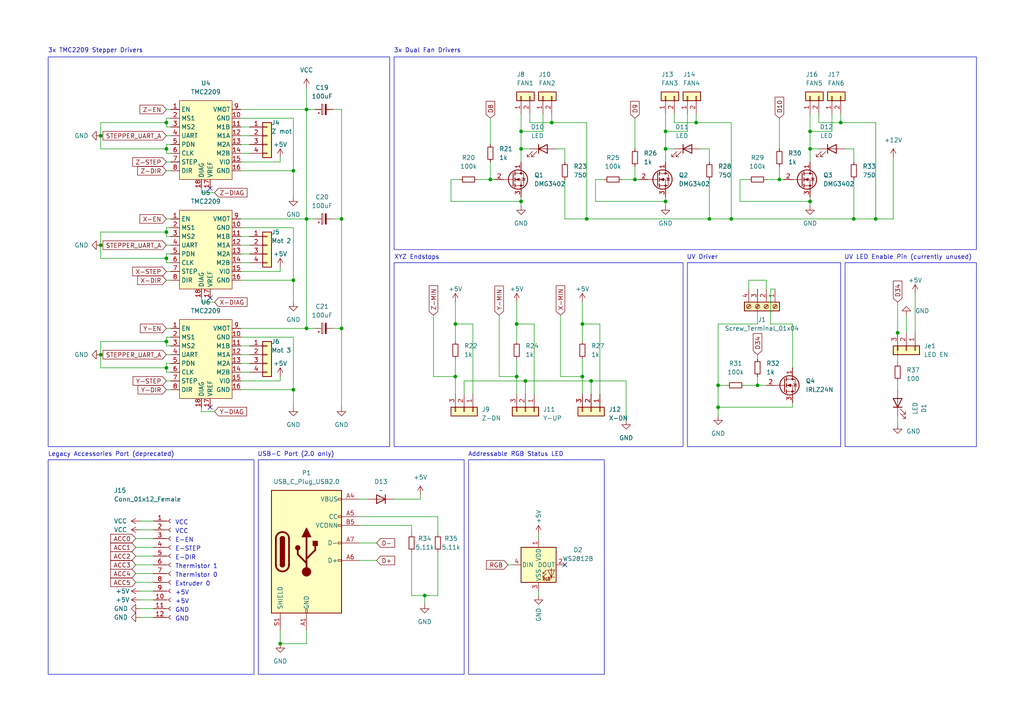
<source format=kicad_sch>
(kicad_sch (version 20231120) (generator "eeschema") (generator_version "8.0")
  (paper "A4")
  (title_block (title "Prometheus mSLA Apollo IO Schematics") (date "2024-04-16") (rev "3.6.0") (company "TheContrappostoShop") (comment 1 "Paul S. and Sam B."))
  (lib_symbols
    (symbol "Connector:Conn_01x12_Female" (pin_names (offset 1.016) hide)
      (property "Reference" "J" (at 0 15.24 0))
      (property "Value" "Conn_01x12_Female" (at 0 -17.78 0))
      (symbol "Conn_01x12_Female_1_1"
        (pin passive line (at -5.08 12.7 0) (length 3.81) (name "Pin_1") (number "1"))
        (pin passive line (at -5.08 -10.16 0) (length 3.81) (name "Pin_10") (number "10"))
        (pin passive line (at -5.08 -12.7 0) (length 3.81) (name "Pin_11") (number "11"))
        (pin passive line (at -5.08 -15.24 0) (length 3.81) (name "Pin_12") (number "12"))
        (pin passive line (at -5.08 10.16 0) (length 3.81) (name "Pin_2") (number "2"))
        (pin passive line (at -5.08 7.62 0) (length 3.81) (name "Pin_3") (number "3"))
        (pin passive line (at -5.08 5.08 0) (length 3.81) (name "Pin_4") (number "4"))
        (pin passive line (at -5.08 2.54 0) (length 3.81) (name "Pin_5") (number "5"))
        (pin passive line (at -5.08 0 0) (length 3.81) (name "Pin_6") (number "6"))
        (pin passive line (at -5.08 -2.54 0) (length 3.81) (name "Pin_7") (number "7"))
        (pin passive line (at -5.08 -5.08 0) (length 3.81) (name "Pin_8") (number "8"))
        (pin passive line (at -5.08 -7.62 0) (length 3.81) (name "Pin_9") (number "9"))
      )
    )
    (symbol "Connector:Screw_Terminal_01x04" (pin_names (offset 1.016) hide)
      (property "Reference" "J" (at 0 5.08 0))
      (property "Value" "Screw_Terminal_01x04" (at 0 -7.62 0))
      (symbol "Screw_Terminal_01x04_1_1"
        (pin passive line (at -5.08 2.54 0) (length 3.81) (name "Pin_1") (number "1"))
        (pin passive line (at -5.08 0 0) (length 3.81) (name "Pin_2") (number "2"))
        (pin passive line (at -5.08 -2.54 0) (length 3.81) (name "Pin_3") (number "3"))
        (pin passive line (at -5.08 -5.08 0) (length 3.81) (name "Pin_4") (number "4"))
      )
    )
    (symbol "Connector:USB_C_Plug_USB2.0" (pin_names (offset 1.016))
      (property "Reference" "P" (at -10.16 19.05 0))
      (property "Value" "USB_C_Plug_USB2.0" (at 12.7 19.05 0))
      (symbol "USB_C_Plug_USB2.0_1_1"
        (pin passive line (at 0 -22.86 90) (length 5.08) (name "GND") (number "A1"))
        (pin passive line (at 0 -22.86 90) (length 5.08) hide (name "GND") (number "A12"))
        (pin passive line (at 15.24 15.24 180) (length 5.08) (name "VBUS") (number "A4"))
        (pin bidirectional line (at 15.24 10.16 180) (length 5.08) (name "CC") (number "A5"))
        (pin bidirectional line (at 15.24 -2.54 180) (length 5.08) (name "D+") (number "A6"))
        (pin bidirectional line (at 15.24 2.54 180) (length 5.08) (name "D-") (number "A7"))
        (pin passive line (at 15.24 15.24 180) (length 5.08) hide (name "VBUS") (number "A9"))
        (pin passive line (at 0 -22.86 90) (length 5.08) hide (name "GND") (number "B1"))
        (pin passive line (at 0 -22.86 90) (length 5.08) hide (name "GND") (number "B12"))
        (pin passive line (at 15.24 15.24 180) (length 5.08) hide (name "VBUS") (number "B4"))
        (pin bidirectional line (at 15.24 7.62 180) (length 5.08) (name "VCONN") (number "B5"))
        (pin passive line (at 15.24 15.24 180) (length 5.08) hide (name "VBUS") (number "B9"))
        (pin passive line (at -7.62 -22.86 90) (length 5.08) (name "SHIELD") (number "S1"))
      )
    )
    (symbol "Connector_Generic:Conn_01x02" (pin_names (offset 1.016) hide)
      (property "Reference" "J" (at 0 2.54 0))
      (property "Value" "Conn_01x02" (at 0 -5.08 0))
      (symbol "Conn_01x02_1_1"
        (pin passive line (at -5.08 0 0) (length 3.81) (name "Pin_1") (number "1"))
        (pin passive line (at -5.08 -2.54 0) (length 3.81) (name "Pin_2") (number "2"))
      )
    )
    (symbol "Connector_Generic:Conn_01x03" (pin_names (offset 1.016) hide)
      (property "Reference" "J" (at 0 5.08 0))
      (property "Value" "Conn_01x03" (at 0 -5.08 0))
      (symbol "Conn_01x03_1_1"
        (pin passive line (at -5.08 2.54 0) (length 3.81) (name "Pin_1") (number "1"))
        (pin passive line (at -5.08 0 0) (length 3.81) (name "Pin_2") (number "2"))
        (pin passive line (at -5.08 -2.54 0) (length 3.81) (name "Pin_3") (number "3"))
      )
    )
    (symbol "Connector_Generic:Conn_01x04" (pin_names (offset 1.016) hide)
      (property "Reference" "J" (at 0 5.08 0))
      (property "Value" "Conn_01x04" (at 0 -7.62 0))
      (symbol "Conn_01x04_1_1"
        (pin passive line (at -5.08 2.54 0) (length 3.81) (name "Pin_1") (number "1"))
        (pin passive line (at -5.08 0 0) (length 3.81) (name "Pin_2") (number "2"))
        (pin passive line (at -5.08 -2.54 0) (length 3.81) (name "Pin_3") (number "3"))
        (pin passive line (at -5.08 -5.08 0) (length 3.81) (name "Pin_4") (number "4"))
      )
    )
    (symbol "Device:C_Polarized_Small" (pin_numbers hide) (pin_names (offset 0.254) hide)
      (property "Reference" "C" (at 0.254 1.778 0))
      (property "Value" "C_Polarized_Small" (at 0.254 -2.032 0))
      (symbol "C_Polarized_Small_1_1"
        (pin passive line (at 0 2.54 270) (length 1.8542) (name "~") (number "1"))
        (pin passive line (at 0 -2.54 90) (length 1.8542) (name "~") (number "2"))
      )
    )
    (symbol "Device:LED" (pin_numbers hide) (pin_names (offset 1.016) hide)
      (property "Reference" "D" (at 0 2.54 0))
      (property "Value" "LED" (at 0 -2.54 0))
      (symbol "LED_1_1"
        (pin passive line (at -3.81 0 0) (length 2.54) (name "K") (number "1"))
        (pin passive line (at 3.81 0 180) (length 2.54) (name "A") (number "2"))
      )
    )
    (symbol "Device:Q_NMOS_DGS" (pin_names (offset 0) hide)
      (property "Reference" "Q" (at 5.08 1.27 0))
      (property "Value" "Q_NMOS_DGS" (at 5.08 -1.27 0))
      (symbol "Q_NMOS_DGS_1_1"
        (pin passive line (at 2.54 5.08 270) (length 2.54) (name "D") (number "1"))
        (pin input line (at -5.08 0 0) (length 2.54) (name "G") (number "2"))
        (pin passive line (at 2.54 -5.08 90) (length 2.54) (name "S") (number "3"))
      )
    )
    (symbol "Device:R_Small" (pin_numbers hide) (pin_names (offset 0.254) hide)
      (property "Reference" "R" (at 0.762 0.508 0))
      (property "Value" "R_Small" (at 0.762 -1.016 0))
      (symbol "R_Small_1_1"
        (pin passive line (at 0 2.54 270) (length 0.762) (name "~") (number "1"))
        (pin passive line (at 0 -2.54 90) (length 0.762) (name "~") (number "2"))
      )
    )
    (symbol "LED:WS2812B" (pin_names (offset 0.254))
      (property "Reference" "D" (at 5.08 5.715 0))
      (property "Value" "WS2812B" (at 1.27 -5.715 0))
      (symbol "WS2812B_0_0"
        (text "RGB" (at 2.286 -4.191 0) (effects (font (size 0.762 0.762))))
      )
      (symbol "WS2812B_1_1"
        (pin power_in line (at 0 7.62 270) (length 2.54) (name "VDD") (number "1"))
        (pin output line (at 7.62 0 180) (length 2.54) (name "DOUT") (number "2"))
        (pin power_in line (at 0 -7.62 90) (length 2.54) (name "VSS") (number "3"))
        (pin input line (at -7.62 0 0) (length 2.54) (name "DIN") (number "4"))
      )
    )
    (symbol "Prometheus:TMC2209_SilentStepStick"
      (property "Reference" "U5" (at 0 15.24 0))
      (property "Value" "TMC2209_SilentStepStick" (at 0 12.7 0))
      (symbol "TMC2209_SilentStepStick_1_1"
        (pin input line (at -10.16 7.62 0) (length 2.54) (name "EN") (number "1"))
        (pin input line (at 10.16 5.08 180) (length 2.54) (name "GND") (number "10"))
        (pin input line (at 10.16 2.54 180) (length 2.54) (name "M1B") (number "11"))
        (pin input line (at 10.16 0 180) (length 2.54) (name "M1A") (number "12"))
        (pin input line (at 10.16 -2.54 180) (length 2.54) (name "M2A") (number "13"))
        (pin input line (at 10.16 -5.08 180) (length 2.54) (name "M2B") (number "14"))
        (pin input line (at 10.16 -7.62 180) (length 2.54) (name "VIO") (number "15"))
        (pin input line (at 10.16 -10.16 180) (length 2.54) (name "GND") (number "16"))
        (pin bidirectional line (at 1.27 -15.24 90) (length 2.54) (name "VREF") (number "17"))
        (pin input line (at -1.27 -15.24 90) (length 2.54) (name "DIAG") (number "18"))
        (pin input line (at -10.16 5.08 0) (length 2.54) (name "MS1") (number "2"))
        (pin input line (at -10.16 2.54 0) (length 2.54) (name "MS2") (number "3"))
        (pin input line (at -10.16 0 0) (length 2.54) (name "UART") (number "4"))
        (pin input line (at -10.16 -2.54 0) (length 2.54) (name "PDN") (number "5"))
        (pin input line (at -10.16 -5.08 0) (length 2.54) (name "CLK") (number "6"))
        (pin input line (at -10.16 -7.62 0) (length 2.54) (name "STEP") (number "7"))
        (pin input line (at -10.16 -10.16 0) (length 2.54) (name "DIR") (number "8"))
        (pin input line (at 10.16 7.62 180) (length 2.54) (name "VMOT") (number "9"))
      )
    )
    (symbol "Simulation_SPICE:DIODE" (pin_numbers hide) (pin_names (offset 1.016) hide)
      (property "Reference" "D" (at 0 2.54 0))
      (property "Value" "DIODE" (at 0 -2.54 0))
      (symbol "DIODE_1_1"
        (pin passive line (at -3.81 0 0) (length 2.54) (name "A") (number "1"))
        (pin passive line (at 3.81 0 180) (length 2.54) (name "K") (number "2"))
      )
    )
    (symbol "TMC2209_SilentStepStick_1"
      (property "Reference" "U5" (at 0 15.24 0))
      (property "Value" "TMC2209_SilentStepStick" (at 0 12.7 0))
      (symbol "TMC2209_SilentStepStick_1_1_1"
        (pin input line (at -10.16 7.62 0) (length 2.54) (name "EN") (number "1"))
        (pin input line (at 10.16 5.08 180) (length 2.54) (name "GND") (number "10"))
        (pin input line (at 10.16 2.54 180) (length 2.54) (name "M1B") (number "11"))
        (pin input line (at 10.16 0 180) (length 2.54) (name "M1A") (number "12"))
        (pin input line (at 10.16 -2.54 180) (length 2.54) (name "M2A") (number "13"))
        (pin input line (at 10.16 -5.08 180) (length 2.54) (name "M2B") (number "14"))
        (pin input line (at 10.16 -7.62 180) (length 2.54) (name "VIO") (number "15"))
        (pin input line (at 10.16 -10.16 180) (length 2.54) (name "GND") (number "16"))
        (pin bidirectional line (at 1.27 -15.24 90) (length 2.54) (name "VREF") (number "17"))
        (pin input line (at -1.27 -15.24 90) (length 2.54) (name "DIAG") (number "18"))
        (pin input line (at -10.16 5.08 0) (length 2.54) (name "MS1") (number "2"))
        (pin input line (at -10.16 2.54 0) (length 2.54) (name "MS2") (number "3"))
        (pin input line (at -10.16 0 0) (length 2.54) (name "UART") (number "4"))
        (pin input line (at -10.16 -2.54 0) (length 2.54) (name "PDN") (number "5"))
        (pin input line (at -10.16 -5.08 0) (length 2.54) (name "CLK") (number "6"))
        (pin input line (at -10.16 -7.62 0) (length 2.54) (name "STEP") (number "7"))
        (pin input line (at -10.16 -10.16 0) (length 2.54) (name "DIR") (number "8"))
        (pin input line (at 10.16 7.62 180) (length 2.54) (name "VMOT") (number "9"))
      )
    )
    (symbol "TMC2209_SilentStepStick_2"
      (property "Reference" "U5" (at 0 15.24 0))
      (property "Value" "TMC2209_SilentStepStick" (at 0 12.7 0))
      (symbol "TMC2209_SilentStepStick_2_1_1"
        (pin input line (at -10.16 7.62 0) (length 2.54) (name "EN") (number "1"))
        (pin input line (at 10.16 5.08 180) (length 2.54) (name "GND") (number "10"))
        (pin input line (at 10.16 2.54 180) (length 2.54) (name "M1B") (number "11"))
        (pin input line (at 10.16 0 180) (length 2.54) (name "M1A") (number "12"))
        (pin input line (at 10.16 -2.54 180) (length 2.54) (name "M2A") (number "13"))
        (pin input line (at 10.16 -5.08 180) (length 2.54) (name "M2B") (number "14"))
        (pin input line (at 10.16 -7.62 180) (length 2.54) (name "VIO") (number "15"))
        (pin input line (at 10.16 -10.16 180) (length 2.54) (name "GND") (number "16"))
        (pin bidirectional line (at 1.27 -15.24 90) (length 2.54) (name "VREF") (number "17"))
        (pin input line (at -1.27 -15.24 90) (length 2.54) (name "DIAG") (number "18"))
        (pin input line (at -10.16 5.08 0) (length 2.54) (name "MS1") (number "2"))
        (pin input line (at -10.16 2.54 0) (length 2.54) (name "MS2") (number "3"))
        (pin input line (at -10.16 0 0) (length 2.54) (name "UART") (number "4"))
        (pin input line (at -10.16 -2.54 0) (length 2.54) (name "PDN") (number "5"))
        (pin input line (at -10.16 -5.08 0) (length 2.54) (name "CLK") (number "6"))
        (pin input line (at -10.16 -7.62 0) (length 2.54) (name "STEP") (number "7"))
        (pin input line (at -10.16 -10.16 0) (length 2.54) (name "DIR") (number "8"))
        (pin input line (at 10.16 7.62 180) (length 2.54) (name "VMOT") (number "9"))
      )
    )
    (symbol "power:+12V" (power) (pin_names (offset 0))
      (property "Value" "+12V" (at 0 3.556 0))
      (symbol "+12V_1_1"
        (pin power_in line (at 0 0 90) (length 0) hide (name "+12V") (number "1"))
      )
    )
    (symbol "power:+5V" (power) (pin_names (offset 0))
      (property "Value" "+5V" (at 0 3.556 0))
      (symbol "+5V_1_1"
        (pin power_in line (at 0 0 90) (length 0) hide (name "+5V") (number "1"))
      )
    )
    (symbol "power:GND" (power) (pin_names (offset 0))
      (property "Value" "GND" (at 0 -3.81 0))
      (symbol "GND_1_1"
        (pin power_in line (at 0 0 270) (length 0) hide (name "GND") (number "1"))
      )
    )
    (symbol "power:VCC" (power) (pin_names (offset 0))
      (property "Value" "VCC" (at 0 3.81 0))
      (symbol "VCC_1_1"
        (pin power_in line (at 0 0 90) (length 0) hide (name "VCC") (number "1"))
      )
    )
  )
  (junction (at 88.9 63.5))
  (junction (at 85.09 81.28))
  (junction (at 160.02 35.56))
  (junction (at 149.86 93.98))
  (junction (at 48.26 106.68))
  (junction (at 201.93 35.56))
  (junction (at 149.86 109.22))
  (junction (at 85.09 49.53))
  (junction (at 170.18 63.5))
  (junction (at 152.4 110.49))
  (junction (at 99.06 63.5))
  (junction (at 234.95 58.42))
  (junction (at 254 63.5))
  (junction (at 243.84 35.56))
  (junction (at 247.65 63.5))
  (junction (at 171.45 110.49))
  (junction (at 234.95 38.1))
  (junction (at 142.24 52.07))
  (junction (at 193.04 58.42))
  (junction (at 48.26 67.31))
  (junction (at 29.21 102.87))
  (junction (at 29.21 39.37))
  (junction (at 99.06 95.25))
  (junction (at 212.09 63.5))
  (junction (at 208.28 111.76))
  (junction (at 168.91 109.22))
  (junction (at 123.19 172.72))
  (junction (at 48.26 99.06))
  (junction (at 205.74 63.5))
  (junction (at 29.21 71.12))
  (junction (at 48.26 74.93))
  (junction (at 85.09 113.03))
  (junction (at 88.9 95.25))
  (junction (at 151.13 38.1))
  (junction (at 234.95 43.18))
  (junction (at 132.08 109.22))
  (junction (at 260.35 96.52))
  (junction (at 151.13 58.42))
  (junction (at 48.26 43.18))
  (junction (at 132.08 93.98))
  (junction (at 151.13 43.18))
  (junction (at 48.26 35.56))
  (junction (at 184.15 52.07))
  (junction (at 226.06 52.07))
  (junction (at 219.71 111.76))
  (junction (at 81.28 186.69))
  (junction (at 208.28 118.11))
  (junction (at 193.04 38.1))
  (junction (at 193.04 43.18))
  (junction (at 88.9 31.75))
  (junction (at 168.91 93.98))
  (no_connect (at 60.96 54.61))
  (no_connect (at 163.83 163.83))
  (no_connect (at 60.96 86.36))
  (no_connect (at 60.96 118.11))
  (wire (pts (xy 138.43 52.07) (xy 142.24 52.07)))
  (wire (pts (xy 104.14 149.86) (xy 127 149.86)))
  (wire (pts (xy 85.09 113.03) (xy 69.85 113.03)))
  (wire (pts (xy 215.9 111.76) (xy 219.71 111.76)))
  (wire (pts (xy 208.28 118.11) (xy 208.28 120.65)))
  (wire (pts (xy 217.17 81.28) (xy 222.25 81.28)))
  (wire (pts (xy 170.18 35.56) (xy 170.18 63.5)))
  (wire (pts (xy 81.28 45.72) (xy 81.28 46.99)))
  (wire (pts (xy 247.65 52.07) (xy 247.65 63.5)))
  (wire (pts (xy 81.28 78.74) (xy 69.85 78.74)))
  (wire (pts (xy 173.99 114.3) (xy 173.99 93.98)))
  (wire (pts (xy 222.25 52.07) (xy 226.06 52.07)))
  (wire (pts (xy 149.86 87.63) (xy 149.86 93.98)))
  (wire (pts (xy 151.13 38.1) (xy 151.13 43.18)))
  (wire (pts (xy 201.93 35.56) (xy 201.93 33.02)))
  (wire (pts (xy 85.09 97.79) (xy 85.09 113.03)))
  (wire (pts (xy 184.15 34.29) (xy 184.15 43.18)))
  (wire (pts (xy 151.13 58.42) (xy 151.13 59.69)))
  (wire (pts (xy 134.62 110.49) (xy 152.4 110.49)))
  (wire (pts (xy 193.04 57.15) (xy 193.04 58.42)))
  (wire (pts (xy 180.34 52.07) (xy 184.15 52.07)))
  (wire (pts (xy 241.3 33.02) (xy 241.3 38.1)))
  (wire (pts (xy 222.25 81.28) (xy 222.25 83.82)))
  (wire (pts (xy 121.92 144.78) (xy 114.3 144.78)))
  (wire (pts (xy 123.19 172.72) (xy 123.19 175.26)))
  (wire (pts (xy 125.73 91.44) (xy 125.73 109.22)))
  (wire (pts (xy 226.06 34.29) (xy 226.06 43.18)))
  (wire (pts (xy 171.45 114.3) (xy 171.45 110.49)))
  (wire (pts (xy 88.9 186.69) (xy 81.28 186.69)))
  (wire (pts (xy 72.39 73.66) (xy 69.85 73.66)))
  (wire (pts (xy 121.92 143.51) (xy 121.92 144.78)))
  (wire (pts (xy 259.08 45.72) (xy 259.08 63.5)))
  (wire (pts (xy 62.23 55.88) (xy 58.42 55.88)))
  (wire (pts (xy 48.26 106.68) (xy 48.26 107.95)))
  (wire (pts (xy 40.64 173.99) (xy 44.45 173.99)))
  (wire (pts (xy 69.85 63.5) (xy 88.9 63.5)))
  (wire (pts (xy 29.21 102.87) (xy 29.21 99.06)))
  (wire (pts (xy 234.95 38.1) (xy 234.95 43.18)))
  (wire (pts (xy 48.26 97.79) (xy 48.26 99.06)))
  (wire (pts (xy 72.39 76.2) (xy 69.85 76.2)))
  (wire (pts (xy 151.13 43.18) (xy 151.13 46.99)))
  (wire (pts (xy 219.71 109.22) (xy 219.71 111.76)))
  (wire (pts (xy 48.26 78.74) (xy 49.53 78.74)))
  (wire (pts (xy 229.87 93.98) (xy 229.87 106.68)))
  (wire (pts (xy 260.35 120.65) (xy 260.35 123.19)))
  (wire (pts (xy 217.17 83.82) (xy 217.17 81.28)))
  (wire (pts (xy 69.85 34.29) (xy 85.09 34.29)))
  (wire (pts (xy 81.28 182.88) (xy 81.28 186.69)))
  (wire (pts (xy 184.15 48.26) (xy 184.15 52.07)))
  (wire (pts (xy 144.78 91.44) (xy 144.78 109.22)))
  (wire (pts (xy 214.63 58.42) (xy 234.95 58.42)))
  (wire (pts (xy 234.95 33.02) (xy 234.95 38.1)))
  (wire (pts (xy 160.02 35.56) (xy 170.18 35.56)))
  (wire (pts (xy 104.14 157.48) (xy 109.22 157.48)))
  (wire (pts (xy 181.61 121.92) (xy 181.61 110.49)))
  (wire (pts (xy 48.26 106.68) (xy 29.21 106.68)))
  (wire (pts (xy 219.71 93.98) (xy 219.71 83.82)))
  (wire (pts (xy 48.26 44.45) (xy 48.26 43.18)))
  (wire (pts (xy 212.09 35.56) (xy 212.09 63.5)))
  (wire (pts (xy 81.28 110.49) (xy 69.85 110.49)))
  (wire (pts (xy 152.4 110.49) (xy 152.4 114.3)))
  (wire (pts (xy 48.26 39.37) (xy 49.53 39.37)))
  (wire (pts (xy 254 63.5) (xy 247.65 63.5)))
  (wire (pts (xy 88.9 95.25) (xy 88.9 63.5)))
  (wire (pts (xy 29.21 74.93) (xy 29.21 71.12)))
  (wire (pts (xy 130.81 58.42) (xy 151.13 58.42)))
  (wire (pts (xy 201.93 35.56) (xy 212.09 35.56)))
  (wire (pts (xy 195.58 43.18) (xy 193.04 43.18)))
  (wire (pts (xy 85.09 49.53) (xy 69.85 49.53)))
  (wire (pts (xy 48.26 107.95) (xy 49.53 107.95)))
  (wire (pts (xy 132.08 104.14) (xy 132.08 109.22)))
  (wire (pts (xy 149.86 93.98) (xy 149.86 99.06)))
  (wire (pts (xy 39.37 156.21) (xy 44.45 156.21)))
  (wire (pts (xy 40.64 151.13) (xy 44.45 151.13)))
  (wire (pts (xy 137.16 93.98) (xy 132.08 93.98)))
  (wire (pts (xy 243.84 35.56) (xy 243.84 33.02)))
  (wire (pts (xy 132.08 109.22) (xy 132.08 114.3)))
  (wire (pts (xy 69.85 97.79) (xy 85.09 97.79)))
  (wire (pts (xy 72.39 107.95) (xy 69.85 107.95)))
  (wire (pts (xy 142.24 34.29) (xy 142.24 41.91)))
  (wire (pts (xy 168.91 104.14) (xy 168.91 109.22)))
  (wire (pts (xy 99.06 63.5) (xy 99.06 95.25)))
  (wire (pts (xy 199.39 33.02) (xy 199.39 38.1)))
  (wire (pts (xy 144.78 109.22) (xy 149.86 109.22)))
  (wire (pts (xy 133.35 52.07) (xy 130.81 52.07)))
  (wire (pts (xy 49.53 105.41) (xy 48.26 105.41)))
  (wire (pts (xy 208.28 111.76) (xy 210.82 111.76)))
  (wire (pts (xy 85.09 66.04) (xy 85.09 81.28)))
  (wire (pts (xy 259.08 63.5) (xy 254 63.5)))
  (wire (pts (xy 88.9 31.75) (xy 91.44 31.75)))
  (wire (pts (xy 247.65 43.18) (xy 247.65 46.99)))
  (wire (pts (xy 125.73 109.22) (xy 132.08 109.22)))
  (wire (pts (xy 48.26 81.28) (xy 49.53 81.28)))
  (wire (pts (xy 72.39 36.83) (xy 69.85 36.83)))
  (wire (pts (xy 224.79 83.82) (xy 223.52 83.82)))
  (wire (pts (xy 212.09 63.5) (xy 205.74 63.5)))
  (wire (pts (xy 260.35 87.63) (xy 260.35 96.52)))
  (wire (pts (xy 88.9 31.75) (xy 88.9 25.4)))
  (wire (pts (xy 193.04 58.42) (xy 193.04 59.69)))
  (wire (pts (xy 49.53 97.79) (xy 48.26 97.79)))
  (wire (pts (xy 104.14 162.56) (xy 109.22 162.56)))
  (wire (pts (xy 195.58 33.02) (xy 195.58 35.56)))
  (wire (pts (xy 48.26 113.03) (xy 49.53 113.03)))
  (wire (pts (xy 134.62 114.3) (xy 134.62 110.49)))
  (wire (pts (xy 153.67 43.18) (xy 151.13 43.18)))
  (wire (pts (xy 241.3 38.1) (xy 234.95 38.1)))
  (wire (pts (xy 48.26 102.87) (xy 49.53 102.87)))
  (wire (pts (xy 99.06 31.75) (xy 99.06 63.5)))
  (wire (pts (xy 99.06 95.25) (xy 99.06 118.11)))
  (wire (pts (xy 193.04 38.1) (xy 193.04 43.18)))
  (wire (pts (xy 237.49 35.56) (xy 243.84 35.56)))
  (wire (pts (xy 48.26 76.2) (xy 48.26 74.93)))
  (wire (pts (xy 208.28 93.98) (xy 208.28 111.76)))
  (wire (pts (xy 81.28 109.22) (xy 81.28 110.49)))
  (wire (pts (xy 154.94 93.98) (xy 149.86 93.98)))
  (wire (pts (xy 163.83 43.18) (xy 161.29 43.18)))
  (wire (pts (xy 48.26 99.06) (xy 48.26 100.33)))
  (wire (pts (xy 170.18 63.5) (xy 205.74 63.5)))
  (wire (pts (xy 48.26 71.12) (xy 49.53 71.12)))
  (wire (pts (xy 132.08 93.98) (xy 132.08 99.06)))
  (wire (pts (xy 154.94 114.3) (xy 154.94 93.98)))
  (wire (pts (xy 163.83 63.5) (xy 170.18 63.5)))
  (wire (pts (xy 137.16 114.3) (xy 137.16 93.98)))
  (wire (pts (xy 168.91 87.63) (xy 168.91 93.98)))
  (wire (pts (xy 29.21 106.68) (xy 29.21 102.87)))
  (wire (pts (xy 85.09 57.15) (xy 85.09 49.53)))
  (wire (pts (xy 58.42 87.63) (xy 62.23 87.63)))
  (wire (pts (xy 130.81 52.07) (xy 130.81 58.42)))
  (wire (pts (xy 39.37 166.37) (xy 44.45 166.37)))
  (wire (pts (xy 69.85 95.25) (xy 88.9 95.25)))
  (wire (pts (xy 40.64 176.53) (xy 44.45 176.53)))
  (wire (pts (xy 147.32 163.83) (xy 148.59 163.83)))
  (wire (pts (xy 119.38 172.72) (xy 123.19 172.72)))
  (wire (pts (xy 223.52 93.98) (xy 229.87 93.98)))
  (wire (pts (xy 193.04 43.18) (xy 193.04 46.99)))
  (wire (pts (xy 193.04 33.02) (xy 193.04 38.1)))
  (wire (pts (xy 72.39 71.12) (xy 69.85 71.12)))
  (wire (pts (xy 175.26 52.07) (xy 172.72 52.07)))
  (wire (pts (xy 142.24 46.99) (xy 142.24 52.07)))
  (wire (pts (xy 205.74 63.5) (xy 205.74 52.07)))
  (wire (pts (xy 48.26 100.33) (xy 49.53 100.33)))
  (wire (pts (xy 163.83 46.99) (xy 163.83 43.18)))
  (wire (pts (xy 219.71 102.87) (xy 219.71 104.14)))
  (wire (pts (xy 48.26 95.25) (xy 49.53 95.25)))
  (wire (pts (xy 29.21 67.31) (xy 48.26 67.31)))
  (wire (pts (xy 48.26 46.99) (xy 49.53 46.99)))
  (wire (pts (xy 48.26 74.93) (xy 48.26 73.66)))
  (wire (pts (xy 96.52 31.75) (xy 99.06 31.75)))
  (wire (pts (xy 48.26 36.83) (xy 48.26 35.56)))
  (wire (pts (xy 123.19 172.72) (xy 127 172.72)))
  (wire (pts (xy 219.71 111.76) (xy 222.25 111.76)))
  (wire (pts (xy 163.83 52.07) (xy 163.83 63.5)))
  (wire (pts (xy 119.38 152.4) (xy 104.14 152.4)))
  (wire (pts (xy 260.35 96.52) (xy 260.35 105.41)))
  (wire (pts (xy 85.09 118.11) (xy 85.09 113.03)))
  (wire (pts (xy 48.26 41.91) (xy 49.53 41.91)))
  (wire (pts (xy 153.67 33.02) (xy 153.67 35.56)))
  (wire (pts (xy 40.64 171.45) (xy 44.45 171.45)))
  (wire (pts (xy 151.13 57.15) (xy 151.13 58.42)))
  (wire (pts (xy 48.26 110.49) (xy 49.53 110.49)))
  (wire (pts (xy 58.42 118.11) (xy 58.42 119.38)))
  (wire (pts (xy 48.26 31.75) (xy 49.53 31.75)))
  (wire (pts (xy 229.87 118.11) (xy 208.28 118.11)))
  (wire (pts (xy 205.74 46.99) (xy 205.74 43.18)))
  (wire (pts (xy 85.09 81.28) (xy 85.09 87.63)))
  (wire (pts (xy 237.49 43.18) (xy 234.95 43.18)))
  (wire (pts (xy 208.28 118.11) (xy 208.28 111.76)))
  (wire (pts (xy 88.9 63.5) (xy 91.44 63.5)))
  (wire (pts (xy 132.08 87.63) (xy 132.08 93.98)))
  (wire (pts (xy 85.09 34.29) (xy 85.09 49.53)))
  (wire (pts (xy 81.28 46.99) (xy 69.85 46.99)))
  (wire (pts (xy 168.91 109.22) (xy 168.91 114.3)))
  (wire (pts (xy 69.85 31.75) (xy 88.9 31.75)))
  (wire (pts (xy 48.26 66.04) (xy 49.53 66.04)))
  (wire (pts (xy 162.56 109.22) (xy 168.91 109.22)))
  (wire (pts (xy 49.53 36.83) (xy 48.26 36.83)))
  (wire (pts (xy 208.28 93.98) (xy 219.71 93.98)))
  (wire (pts (xy 96.52 95.25) (xy 99.06 95.25)))
  (wire (pts (xy 96.52 63.5) (xy 99.06 63.5)))
  (wire (pts (xy 229.87 116.84) (xy 229.87 118.11)))
  (wire (pts (xy 151.13 33.02) (xy 151.13 38.1)))
  (wire (pts (xy 29.21 71.12) (xy 29.21 67.31)))
  (wire (pts (xy 171.45 110.49) (xy 152.4 110.49)))
  (wire (pts (xy 217.17 52.07) (xy 214.63 52.07)))
  (wire (pts (xy 48.26 34.29) (xy 49.53 34.29)))
  (wire (pts (xy 234.95 43.18) (xy 234.95 46.99)))
  (wire (pts (xy 226.06 52.07) (xy 227.33 52.07)))
  (wire (pts (xy 243.84 35.56) (xy 254 35.56)))
  (wire (pts (xy 48.26 73.66) (xy 49.53 73.66)))
  (wire (pts (xy 72.39 39.37) (xy 69.85 39.37)))
  (wire (pts (xy 127 172.72) (xy 127 160.02)))
  (wire (pts (xy 173.99 93.98) (xy 168.91 93.98)))
  (wire (pts (xy 157.48 38.1) (xy 151.13 38.1)))
  (wire (pts (xy 156.21 171.45) (xy 156.21 172.72)))
  (wire (pts (xy 254 35.56) (xy 254 63.5)))
  (wire (pts (xy 149.86 104.14) (xy 149.86 109.22)))
  (wire (pts (xy 48.26 43.18) (xy 29.21 43.18)))
  (wire (pts (xy 199.39 38.1) (xy 193.04 38.1)))
  (wire (pts (xy 39.37 161.29) (xy 44.45 161.29)))
  (wire (pts (xy 142.24 52.07) (xy 143.51 52.07)))
  (wire (pts (xy 72.39 44.45) (xy 69.85 44.45)))
  (wire (pts (xy 181.61 110.49) (xy 171.45 110.49)))
  (wire (pts (xy 81.28 77.47) (xy 81.28 78.74)))
  (wire (pts (xy 205.74 43.18) (xy 203.2 43.18)))
  (wire (pts (xy 172.72 52.07) (xy 172.72 58.42)))
  (wire (pts (xy 72.39 41.91) (xy 69.85 41.91)))
  (wire (pts (xy 149.86 109.22) (xy 149.86 114.3)))
  (wire (pts (xy 48.26 105.41) (xy 48.26 106.68)))
  (wire (pts (xy 262.89 91.44) (xy 262.89 96.52)))
  (wire (pts (xy 48.26 49.53) (xy 49.53 49.53)))
  (wire (pts (xy 72.39 102.87) (xy 69.85 102.87)))
  (wire (pts (xy 29.21 39.37) (xy 29.21 35.56)))
  (wire (pts (xy 223.52 83.82) (xy 223.52 93.98)))
  (wire (pts (xy 49.53 68.58) (xy 48.26 68.58)))
  (wire (pts (xy 153.67 35.56) (xy 160.02 35.56)))
  (wire (pts (xy 214.63 52.07) (xy 214.63 58.42)))
  (wire (pts (xy 265.43 85.09) (xy 265.43 96.52)))
  (wire (pts (xy 48.26 35.56) (xy 48.26 34.29)))
  (wire (pts (xy 157.48 33.02) (xy 157.48 38.1)))
  (wire (pts (xy 40.64 153.67) (xy 44.45 153.67)))
  (wire (pts (xy 184.15 52.07) (xy 185.42 52.07)))
  (wire (pts (xy 127 149.86) (xy 127 154.94)))
  (wire (pts (xy 247.65 63.5) (xy 212.09 63.5)))
  (wire (pts (xy 237.49 33.02) (xy 237.49 35.56)))
  (wire (pts (xy 195.58 35.56) (xy 201.93 35.56)))
  (wire (pts (xy 106.68 144.78) (xy 104.14 144.78)))
  (wire (pts (xy 172.72 58.42) (xy 193.04 58.42)))
  (wire (pts (xy 48.26 63.5) (xy 49.53 63.5)))
  (wire (pts (xy 245.11 43.18) (xy 247.65 43.18)))
  (wire (pts (xy 39.37 158.75) (xy 44.45 158.75)))
  (wire (pts (xy 48.26 67.31) (xy 48.26 66.04)))
  (wire (pts (xy 39.37 168.91) (xy 44.45 168.91)))
  (wire (pts (xy 69.85 66.04) (xy 85.09 66.04)))
  (wire (pts (xy 119.38 154.94) (xy 119.38 152.4)))
  (wire (pts (xy 49.53 76.2) (xy 48.26 76.2)))
  (wire (pts (xy 156.21 154.94) (xy 156.21 156.21)))
  (wire (pts (xy 162.56 91.44) (xy 162.56 109.22)))
  (wire (pts (xy 29.21 35.56) (xy 48.26 35.56)))
  (wire (pts (xy 168.91 93.98) (xy 168.91 99.06)))
  (wire (pts (xy 48.26 43.18) (xy 48.26 41.91)))
  (wire (pts (xy 72.39 105.41) (xy 69.85 105.41)))
  (wire (pts (xy 234.95 58.42) (xy 234.95 59.69)))
  (wire (pts (xy 160.02 33.02) (xy 160.02 35.56)))
  (wire (pts (xy 260.35 110.49) (xy 260.35 113.03)))
  (wire (pts (xy 88.9 63.5) (xy 88.9 31.75)))
  (wire (pts (xy 58.42 55.88) (xy 58.42 54.61)))
  (wire (pts (xy 49.53 44.45) (xy 48.26 44.45)))
  (wire (pts (xy 69.85 81.28) (xy 85.09 81.28)))
  (wire (pts (xy 58.42 119.38) (xy 62.23 119.38)))
  (wire (pts (xy 48.26 74.93) (xy 29.21 74.93)))
  (wire (pts (xy 29.21 99.06) (xy 48.26 99.06)))
  (wire (pts (xy 58.42 86.36) (xy 58.42 87.63)))
  (wire (pts (xy 40.64 179.07) (xy 44.45 179.07)))
  (wire (pts (xy 88.9 95.25) (xy 91.44 95.25)))
  (wire (pts (xy 88.9 182.88) (xy 88.9 186.69)))
  (wire (pts (xy 39.37 163.83) (xy 44.45 163.83)))
  (wire (pts (xy 234.95 57.15) (xy 234.95 58.42)))
  (wire (pts (xy 226.06 48.26) (xy 226.06 52.07)))
  (wire (pts (xy 119.38 160.02) (xy 119.38 172.72)))
  (wire (pts (xy 29.21 43.18) (xy 29.21 39.37)))
  (wire (pts (xy 72.39 68.58) (xy 69.85 68.58)))
  (wire (pts (xy 48.26 68.58) (xy 48.26 67.31)))
  (wire (pts (xy 72.39 100.33) (xy 69.85 100.33)))
  (rectangle (start 13.97 133.35) (end 73.66 195.58))
  (rectangle (start 135.89 133.35) (end 175.26 195.58))
  (rectangle (start 245.11 76.2) (end 283.21 129.54))
  (rectangle (start 199.39 76.2) (end 243.84 129.54))
  (rectangle (start 114.3 76.2) (end 198.12 129.54))
  (rectangle (start 13.97 16.51) (end 113.03 129.54))
  (rectangle (start 74.93 133.35) (end 134.62 195.58))
  (rectangle (start 114.3 16.51) (end 283.21 72.39))
  (text "UV LED Enable Pin (currently unused)" (at 263.398 74.676 0) (effects (font (size 1.27 1.27))))
  (text "+5V" (at 50.8 175.26 0) (effects (font (size 1.27 1.27)) (justify left bottom)))
  (text "E-EN" (at 50.8 157.48 0) (effects (font (size 1.27 1.27)) (justify left bottom)))
  (text "Extruder 0" (at 50.8 170.18 0) (effects (font (size 1.27 1.27)) (justify left bottom)))
  (text "XYZ Endstops" (at 120.904 74.676 0) (effects (font (size 1.27 1.27))))
  (text "VCC" (at 50.8 152.4 0) (effects (font (size 1.27 1.27)) (justify left bottom)))
  (text "UV Driver" (at 203.708 74.676 0) (effects (font (size 1.27 1.27))))
  (text "Thermistor 0" (at 50.8 167.64 0) (effects (font (size 1.27 1.27)) (justify left bottom)))
  (text "3x TMC2209 Stepper Drivers" (at 27.686 14.732 0) (effects (font (size 1.27 1.27))))
  (text "GND" (at 50.8 177.8 0) (effects (font (size 1.27 1.27)) (justify left bottom)))
  (text "USB-C Port (2.0 only)" (at 85.852 131.826 0) (effects (font (size 1.27 1.27))))
  (text "VCC" (at 50.8 154.94 0) (effects (font (size 1.27 1.27)) (justify left bottom)))
  (text "Legacy Accessories Port (deprecated)" (at 32.258 131.826 0) (effects (font (size 1.27 1.27))))
  (text "GND" (at 50.8 180.34 0) (effects (font (size 1.27 1.27)) (justify left bottom)))
  (text "3x Dual Fan Drivers" (at 123.952 14.732 0) (effects (font (size 1.27 1.27))))
  (text "Thermistor 1" (at 50.8 165.1 0) (effects (font (size 1.27 1.27)) (justify left bottom)))
  (text "E-DIR" (at 50.8 162.56 0) (effects (font (size 1.27 1.27)) (justify left bottom)))
  (text "+5V" (at 50.8 172.72 0) (effects (font (size 1.27 1.27)) (justify left bottom)))
  (text "E-STEP" (at 50.8 160.02 0) (effects (font (size 1.27 1.27)) (justify left bottom)))
  (text "Addressable RGB Status LED" (at 149.606 131.826 0) (effects (font (size 1.27 1.27))))
  (global_label "D+" (shape input) (at 109.22 162.56 0) (property "Intersheetrefs" "${INTERSHEET_REFS}" (effects (hide yes))))
  (global_label "STEPPER_UART_A" (shape input) (at 48.26 39.37 180) (property "Intersheetrefs" "${INTERSHEET_REFS}" (effects (hide yes))))
  (global_label "ACC4" (shape input) (at 39.37 166.37 180) (property "Intersheetrefs" "${INTERSHEET_REFS}" (effects (hide yes))))
  (global_label "Y-STEP" (shape input) (at 48.26 110.49 180) (property "Intersheetrefs" "${INTERSHEET_REFS}" (effects (hide yes))))
  (global_label "D9" (shape input) (at 184.15 34.29 90) (property "Intersheetrefs" "${INTERSHEET_REFS}" (effects (hide yes))))
  (global_label "STEPPER_UART_A" (shape input) (at 48.26 71.12 180) (property "Intersheetrefs" "${INTERSHEET_REFS}" (effects (hide yes))))
  (global_label "X-DIAG" (shape input) (at 62.23 87.63 0) (property "Intersheetrefs" "${INTERSHEET_REFS}" (effects (hide yes))))
  (global_label "Y-MIN" (shape input) (at 144.78 91.44 90) (property "Intersheetrefs" "${INTERSHEET_REFS}" (effects (hide yes))))
  (global_label "Z-DIR" (shape input) (at 48.26 49.53 180) (property "Intersheetrefs" "${INTERSHEET_REFS}" (effects (hide yes))))
  (global_label "Z-STEP" (shape input) (at 48.26 46.99 180) (property "Intersheetrefs" "${INTERSHEET_REFS}" (effects (hide yes))))
  (global_label "ACC2" (shape input) (at 39.37 161.29 180) (property "Intersheetrefs" "${INTERSHEET_REFS}" (effects (hide yes))))
  (global_label "D34" (shape input) (at 260.35 87.63 90) (property "Intersheetrefs" "${INTERSHEET_REFS}" (effects (hide yes))))
  (global_label "D8" (shape input) (at 142.24 34.29 90) (property "Intersheetrefs" "${INTERSHEET_REFS}" (effects (hide yes))))
  (global_label "Z-EN" (shape input) (at 48.26 31.75 180) (property "Intersheetrefs" "${INTERSHEET_REFS}" (effects (hide yes))))
  (global_label "X-STEP" (shape input) (at 48.26 78.74 180) (property "Intersheetrefs" "${INTERSHEET_REFS}" (effects (hide yes))))
  (global_label "STEPPER_UART_A" (shape input) (at 48.26 102.87 180) (property "Intersheetrefs" "${INTERSHEET_REFS}" (effects (hide yes))))
  (global_label "Y-EN" (shape input) (at 48.26 95.25 180) (property "Intersheetrefs" "${INTERSHEET_REFS}" (effects (hide yes))))
  (global_label "Z-MIN" (shape input) (at 125.73 91.44 90) (property "Intersheetrefs" "${INTERSHEET_REFS}" (effects (hide yes))))
  (global_label "RGB" (shape input) (at 147.32 163.83 180) (property "Intersheetrefs" "${INTERSHEET_REFS}" (effects (hide yes))))
  (global_label "D34" (shape input) (at 219.71 102.87 90) (property "Intersheetrefs" "${INTERSHEET_REFS}" (effects (hide yes))))
  (global_label "X-DIR" (shape input) (at 48.26 81.28 180) (property "Intersheetrefs" "${INTERSHEET_REFS}" (effects (hide yes))))
  (global_label "ACC5" (shape input) (at 39.37 168.91 180) (property "Intersheetrefs" "${INTERSHEET_REFS}" (effects (hide yes))))
  (global_label "X-MIN" (shape input) (at 162.56 91.44 90) (property "Intersheetrefs" "${INTERSHEET_REFS}" (effects (hide yes))))
  (global_label "ACC0" (shape input) (at 39.37 156.21 180) (property "Intersheetrefs" "${INTERSHEET_REFS}" (effects (hide yes))))
  (global_label "D10" (shape input) (at 226.06 34.29 90) (property "Intersheetrefs" "${INTERSHEET_REFS}" (effects (hide yes))))
  (global_label "ACC3" (shape input) (at 39.37 163.83 180) (property "Intersheetrefs" "${INTERSHEET_REFS}" (effects (hide yes))))
  (global_label "Z-DIAG" (shape input) (at 62.23 55.88 0) (property "Intersheetrefs" "${INTERSHEET_REFS}" (effects (hide yes))))
  (global_label "Y-DIR" (shape input) (at 48.26 113.03 180) (property "Intersheetrefs" "${INTERSHEET_REFS}" (effects (hide yes))))
  (global_label "X-EN" (shape input) (at 48.26 63.5 180) (property "Intersheetrefs" "${INTERSHEET_REFS}" (effects (hide yes))))
  (global_label "Y-DIAG" (shape input) (at 62.23 119.38 0) (property "Intersheetrefs" "${INTERSHEET_REFS}" (effects (hide yes))))
  (global_label "D-" (shape input) (at 109.22 157.48 0) (property "Intersheetrefs" "${INTERSHEET_REFS}" (effects (hide yes))))
  (global_label "ACC1" (shape input) (at 39.37 158.75 180) (property "Intersheetrefs" "${INTERSHEET_REFS}" (effects (hide yes))))
  (symbol (lib_id "power:+5V") (at 81.28 77.47 0) (unit 1)
    (property "Reference" "#PWR037" (effects (hide yes)))
    (property "Value" "+5V" (at 81.28 73.66 0))
  )
  (symbol (lib_id "Device:R_Small") (at 135.89 52.07 90) (unit 1)
    (property "Reference" "R20" (at 135.89 45.72 90))
    (property "Value" "100k" (at 135.89 48.26 90))
    (property "Footprint" "Resistor_SMD:R_0603_1608Metric" (effects (hide yes)))
  )
  (symbol (lib_id "power:+5V") (at 132.08 87.63 0) (unit 1)
    (property "Reference" "#PWR047" (effects (hide yes)))
    (property "Value" "+5V" (at 132.08 83.82 0))
  )
  (symbol (lib_id "Device:R_Small") (at 168.91 101.6 0) (unit 1)
    (property "Reference" "R27" (at 171.45 100.3299 0) (effects (justify left)))
    (property "Value" "1k" (at 171.45 102.8699 0) (effects (justify left)))
    (property "Footprint" "Resistor_SMD:R_0603_1608Metric" (effects (hide yes)))
  )
  (symbol (lib_id "power:GND") (at 193.04 59.69 0) (unit 1)
    (property "Reference" "#PWR050" (effects (hide yes)))
    (property "Value" "GND" (at 193.04 64.77 0))
  )
  (symbol (lib_id "power:GND") (at 156.21 172.72 0) (unit 1)
    (property "Reference" "#PWR0156" (effects (hide yes)))
    (property "Value" "GND" (at 156.21 180.34 90) (effects (justify left)))
  )
  (symbol (lib_id "Connector_Generic:Conn_01x02") (at 157.48 27.94 90) (unit 1)
    (property "Reference" "J10" (at 156.21 21.59 90) (effects (justify right)))
    (property "Value" "FAN2" (at 156.21 24.13 90) (effects (justify right)))
    (property "Footprint" "Connector_Molex:Molex_KK-254_AE-6410-02A_1x02_P2.54mm_Vertical" (effects (hide yes)))
  )
  (symbol (lib_id "Connector_Generic:Conn_01x02") (at 234.95 27.94 90) (unit 1)
    (property "Reference" "J16" (at 233.68 21.59 90) (effects (justify right)))
    (property "Value" "FAN5" (at 233.68 24.13 90) (effects (justify right)))
    (property "Footprint" "Connector_Molex:Molex_KK-254_AE-6410-02A_1x02_P2.54mm_Vertical" (effects (hide yes)))
  )
  (symbol (lib_id "Connector_Generic:Conn_01x03") (at 134.62 119.38 270) (unit 1)
    (property "Reference" "J9" (at 139.7 118.745 90) (effects (justify left)))
    (property "Value" "Z-DN" (at 139.7 121.285 90) (effects (justify left)))
    (property "Footprint" "Connector_Molex:Molex_KK-254_AE-6410-03A_1x03_P2.54mm_Vertical" (effects (hide yes)))
  )
  (symbol (lib_id "Device:C_Polarized_Small") (at 93.98 31.75 90) (unit 1)
    (property "Reference" "C19" (at 93.4339 25.4 90))
    (property "Value" "100uF" (at 93.4339 27.94 90))
    (property "Footprint" "Capacitor_SMD:CP_Elec_6.3x7.7" (effects (hide yes)))
  )
  (symbol (lib_id "Connector_Generic:Conn_01x02") (at 151.13 27.94 90) (unit 1)
    (property "Reference" "J8" (at 149.86 21.59 90) (effects (justify right)))
    (property "Value" "FAN1" (at 149.86 24.13 90) (effects (justify right)))
    (property "Footprint" "Connector_Molex:Molex_KK-254_AE-6410-02A_1x02_P2.54mm_Vertical" (effects (hide yes)))
  )
  (symbol (lib_id "Device:Q_NMOS_DGS") (at 148.59 52.07 0) (unit 1)
    (property "Reference" "Q1" (at 154.94 50.7999 0) (effects (justify left)))
    (property "Value" "DMG3402" (at 154.94 53.3399 0) (effects (justify left)))
    (property "Footprint" "Package_TO_SOT_SMD:SOT-23" (effects (hide yes)))
  )
  (symbol (lib_id "Device:R_Small") (at 127 157.48 0) (unit 1)
    (property "Reference" "R35" (at 130.81 156.21 0))
    (property "Value" "5.11k" (at 130.81 158.75 0))
    (property "Footprint" "Resistor_SMD:R_0603_1608Metric" (effects (hide yes)))
  )
  (symbol (lib_id "Device:C_Polarized_Small") (at 93.98 95.25 90) (unit 1)
    (property "Reference" "C21" (at 93.4339 88.9 90))
    (property "Value" "100uF" (at 93.4339 91.44 90))
    (property "Footprint" "Capacitor_SMD:CP_Elec_6.3x7.7" (effects (hide yes)))
  )
  (symbol (lib_name "TMC2209_SilentStepStick_2") (lib_id "Prometheus:TMC2209_SilentStepStick") (at 59.69 39.37 0) (unit 1)
    (property "Reference" "U4" (at 59.69 24.13 0))
    (property "Value" "TMC2209" (at 59.69 26.67 0))
    (property "Footprint" "Prometheus:TMC2209 SilentStepStick" (effects (hide yes)))
  )
  (symbol (lib_id "Connector_Generic:Conn_01x03") (at 262.89 101.6 270) (unit 1)
    (property "Reference" "Je1" (at 267.97 100.3299 90) (effects (justify left)))
    (property "Value" "LED EN" (at 267.97 102.8699 90) (effects (justify left)))
    (property "Footprint" "Connector_Molex:Molex_KK-254_AE-6410-03A_1x03_P2.54mm_Vertical" (effects (hide yes)))
  )
  (symbol (lib_id "Device:R_Small") (at 247.65 49.53 0) (unit 1)
    (property "Reference" "R33" (at 250.19 48.2599 0) (effects (justify left)))
    (property "Value" "750" (at 250.19 50.7999 0) (effects (justify left)))
    (property "Footprint" "Resistor_SMD:R_0603_1608Metric" (effects (hide yes)))
  )
  (symbol (lib_id "power:GND") (at 29.21 39.37 270) (unit 1)
    (property "Reference" "#PWR0144" (effects (hide yes)))
    (property "Value" "GND" (at 21.59 39.37 90) (effects (justify left)))
  )
  (symbol (lib_id "Device:R_Small") (at 132.08 101.6 0) (unit 1)
    (property "Reference" "R22" (at 134.62 100.3299 0) (effects (justify left)))
    (property "Value" "1k" (at 134.62 102.8699 0) (effects (justify left)))
    (property "Footprint" "Resistor_SMD:R_0603_1608Metric" (effects (hide yes)))
  )
  (symbol (lib_id "power:+5V") (at 40.64 171.45 90) (unit 1)
    (property "Reference" "#PWR0153" (effects (hide yes)))
    (property "Value" "+5V" (at 35.56 171.45 90))
  )
  (symbol (lib_id "power:GND") (at 29.21 102.87 270) (unit 1)
    (property "Reference" "#PWR0142" (effects (hide yes)))
    (property "Value" "GND" (at 21.59 102.87 90) (effects (justify left)))
  )
  (symbol (lib_id "power:+5V") (at 121.92 143.51 0) (unit 1)
    (property "Reference" "#PWR059" (effects (hide yes)))
    (property "Value" "+5V" (at 121.92 138.43 0))
  )
  (symbol (lib_id "Device:LED") (at 241.3 43.18 0) (unit 1)
    (property "Reference" "D12" (at 239.7125 36.83 0))
    (property "Value" "LED" (at 239.7125 39.37 0))
    (property "Footprint" "LED_SMD:LED_0603_1608Metric" (effects (hide yes)))
  )
  (symbol (lib_id "power:VCC") (at 40.64 151.13 90) (unit 1)
    (property "Reference" "#PWR0149" (effects (hide yes)))
    (property "Value" "VCC" (at 33.02 151.13 90) (effects (justify right)))
  )
  (symbol (lib_id "power:GND") (at 234.95 59.69 0) (unit 1)
    (property "Reference" "#PWR053" (effects (hide yes)))
    (property "Value" "GND" (at 234.95 64.77 0))
  )
  (symbol (lib_id "power:VCC") (at 88.9 25.4 0) (unit 1)
    (property "Reference" "#PWR043" (effects (hide yes)))
    (property "Value" "VCC" (at 88.9 20.32 0))
  )
  (symbol (lib_id "Connector_Generic:Conn_01x02") (at 193.04 27.94 90) (unit 1)
    (property "Reference" "J13" (at 191.77 21.59 90) (effects (justify right)))
    (property "Value" "FAN3" (at 191.77 24.13 90) (effects (justify right)))
    (property "Footprint" "Connector_Molex:Molex_KK-254_AE-6410-02A_1x02_P2.54mm_Vertical" (effects (hide yes)))
  )
  (symbol (lib_id "Device:R_Small") (at 163.83 49.53 0) (unit 1)
    (property "Reference" "R23" (at 166.37 48.2599 0) (effects (justify left)))
    (property "Value" "750" (at 166.37 50.7999 0) (effects (justify left)))
    (property "Footprint" "Resistor_SMD:R_0603_1608Metric" (effects (hide yes)))
  )
  (symbol (lib_id "Device:R_Small") (at 142.24 44.45 0) (unit 1)
    (property "Reference" "R21" (at 144.78 43.1799 0) (effects (justify left)))
    (property "Value" "1k" (at 144.78 45.7199 0) (effects (justify left)))
    (property "Footprint" "Resistor_SMD:R_0603_1608Metric" (effects (hide yes)))
  )
  (symbol (lib_id "Device:LED") (at 199.39 43.18 0) (unit 1)
    (property "Reference" "D11" (at 197.8025 36.83 0))
    (property "Value" "LED" (at 197.8025 39.37 0))
    (property "Footprint" "LED_SMD:LED_0603_1608Metric" (effects (hide yes)))
  )
  (symbol (lib_id "Connector_Generic:Conn_01x02") (at 199.39 27.94 90) (unit 1)
    (property "Reference" "J14" (at 198.12 21.59 90) (effects (justify right)))
    (property "Value" "FAN4" (at 198.12 24.13 90) (effects (justify right)))
    (property "Footprint" "Connector_Molex:Molex_KK-254_AE-6410-02A_1x02_P2.54mm_Vertical" (effects (hide yes)))
  )
  (symbol (lib_id "power:GND") (at 181.61 121.92 0) (unit 1)
    (property "Reference" "#PWR051" (effects (hide yes)))
    (property "Value" "GND" (at 181.61 127 0))
  )
  (symbol (lib_id "power:+5V") (at 156.21 154.94 0) (unit 1)
    (property "Reference" "#PWR0155" (effects (hide yes)))
    (property "Value" "+5V" (at 156.21 149.86 90))
  )
  (symbol (lib_id "Device:R_Small") (at 213.36 111.76 90) (unit 1)
    (property "Reference" "R31" (at 213.36 105.41 90))
    (property "Value" "100k" (at 213.36 107.95 90))
    (property "Footprint" "Resistor_SMD:R_0603_1608Metric" (effects (hide yes)))
  )
  (symbol (lib_id "Connector:USB_C_Plug_USB2.0") (at 88.9 160.02 0) (unit 1)
    (property "Reference" "P1" (at 88.9 137.16 0))
    (property "Value" "USB_C_Plug_USB2.0" (at 88.9 139.7 0))
    (property "Footprint" "Connector_USB:USB_C_Receptacle_HRO_TYPE-C-31-M-12" (effects (hide yes)))
    (property "Datasheet" "https://www.usb.org/sites/default/files/documents/usb_type-c.zip" (effects (hide yes)))
  )
  (symbol (lib_id "power:GND") (at 40.64 179.07 270) (unit 1)
    (property "Reference" "#PWR0152" (effects (hide yes)))
    (property "Value" "GND" (at 33.02 179.07 90) (effects (justify left)))
  )
  (symbol (lib_id "power:GND") (at 262.89 91.44 180) (unit 1)
    (property "Reference" "#PWR055" (effects (hide yes)))
    (property "Value" "GND" (at 265.43 90.1699 0) (effects (justify right)))
  )
  (symbol (lib_id "Device:C_Polarized_Small") (at 93.98 63.5 90) (unit 1)
    (property "Reference" "C20" (at 93.4339 57.15 90))
    (property "Value" "100uF" (at 93.4339 59.69 90))
    (property "Footprint" "Capacitor_SMD:CP_Elec_6.3x7.7" (effects (hide yes)))
  )
  (symbol (lib_name "TMC2209_SilentStepStick_1") (lib_id "Prometheus:TMC2209_SilentStepStick") (at 59.69 102.87 0) (unit 1)
    (property "Reference" "U6" (at 59.69 87.63 0))
    (property "Value" "TMC2209" (at 59.69 90.17 0))
    (property "Footprint" "Prometheus:TMC2209 SilentStepStick" (effects (hide yes)))
  )
  (symbol (lib_id "Connector_Generic:Conn_01x04") (at 77.47 102.87 0) (unit 1)
    (property "Reference" "J6" (at 78.74 99.06 0) (effects (justify left)))
    (property "Value" "Mot 3" (at 78.74 101.6 0) (effects (justify left)))
    (property "Footprint" "Connector_Molex:Molex_KK-254_AE-6410-04A_1x04_P2.54mm_Vertical" (effects (hide yes)))
  )
  (symbol (lib_id "power:GND") (at 40.64 176.53 270) (unit 1)
    (property "Reference" "#PWR0151" (effects (hide yes)))
    (property "Value" "GND" (at 33.02 176.53 90) (effects (justify left)))
  )
  (symbol (lib_id "Connector_Generic:Conn_01x04") (at 77.47 71.12 0) (unit 1)
    (property "Reference" "J5" (at 78.74 67.31 0) (effects (justify left)))
    (property "Value" "Mot 2" (at 78.74 69.85 0) (effects (justify left)))
    (property "Footprint" "Connector_Molex:Molex_KK-254_AE-6410-04A_1x04_P2.54mm_Vertical" (effects (hide yes)))
  )
  (symbol (lib_id "Device:R_Small") (at 260.35 107.95 0) (unit 1)
    (property "Reference" "R37" (at 262.89 107.315 0) (effects (justify left)))
    (property "Value" "100" (at 262.89 109.855 0) (effects (justify left)))
    (property "Footprint" "Resistor_SMD:R_0603_1608Metric" (effects (hide yes)))
  )
  (symbol (lib_id "power:+5V") (at 265.43 85.09 0) (unit 1)
    (property "Reference" "#PWR056" (effects (hide yes)))
    (property "Value" "+5V" (at 265.43 81.28 0))
  )
  (symbol (lib_id "Device:R_Small") (at 205.74 49.53 0) (unit 1)
    (property "Reference" "R28" (at 208.28 48.2599 0) (effects (justify left)))
    (property "Value" "750" (at 208.28 50.7999 0) (effects (justify left)))
    (property "Footprint" "Resistor_SMD:R_0603_1608Metric" (effects (hide yes)))
  )
  (symbol (lib_id "Connector_Generic:Conn_01x04") (at 77.47 39.37 0) (unit 1)
    (property "Reference" "J4" (at 78.74 35.56 0) (effects (justify left)))
    (property "Value" "Z mot" (at 78.74 38.1 0) (effects (justify left)))
    (property "Footprint" "Connector_Molex:Molex_KK-254_AE-6410-04A_1x04_P2.54mm_Vertical" (effects (hide yes)))
  )
  (symbol (lib_id "power:GND") (at 208.28 120.65 0) (unit 1)
    (property "Reference" "#PWR052" (effects (hide yes)))
    (property "Value" "GND" (at 208.28 125.73 0))
  )
  (symbol (lib_id "power:GND") (at 151.13 59.69 0) (unit 1)
    (property "Reference" "#PWR046" (effects (hide yes)))
    (property "Value" "GND" (at 151.13 64.77 0))
  )
  (symbol (lib_id "Connector_Generic:Conn_01x03") (at 171.45 119.38 270) (unit 1)
    (property "Reference" "J12" (at 176.53 118.745 90) (effects (justify left)))
    (property "Value" "X-DN" (at 176.53 121.285 90) (effects (justify left)))
    (property "Footprint" "Connector_Molex:Molex_KK-254_AE-6410-03A_1x03_P2.54mm_Vertical" (effects (hide yes)))
  )
  (symbol (lib_id "Device:LED") (at 157.48 43.18 0) (unit 1)
    (property "Reference" "D10" (at 155.8925 36.83 0))
    (property "Value" "LED" (at 155.8925 39.37 0))
    (property "Footprint" "LED_SMD:LED_0603_1608Metric" (effects (hide yes)))
  )
  (symbol (lib_id "Connector:Conn_01x12_Female") (at 49.53 163.83 0) (unit 1)
    (property "Reference" "J15" (at 33.02 142.24 0) (effects (justify left)))
    (property "Value" "Conn_01x12_Female" (at 33.02 144.78 0) (effects (justify left)))
    (property "Footprint" "Connector_PinSocket_2.54mm:PinSocket_1x12_P2.54mm_Vertical" (effects (hide yes)))
  )
  (symbol (lib_id "power:+12V") (at 259.08 45.72 0) (unit 1)
    (property "Reference" "#PWR054" (effects (hide yes)))
    (property "Value" "+12V" (at 259.08 40.64 0))
  )
  (symbol (lib_id "power:GND") (at 99.06 118.11 0) (unit 1)
    (property "Reference" "#PWR044" (effects (hide yes)))
    (property "Value" "GND" (at 99.06 123.19 0))
  )
  (symbol (lib_id "Device:LED") (at 260.35 116.84 90) (unit 1)
    (property "Reference" "D1" (at 267.97 118.4275 0))
    (property "Value" "LED" (at 265.43 118.4275 0))
    (property "Footprint" "LED_SMD:LED_0603_1608Metric" (effects (hide yes)))
  )
  (symbol (lib_id "Device:Q_NMOS_DGS") (at 227.33 111.76 0) (unit 1)
    (property "Reference" "Q4" (at 233.68 110.4899 0) (effects (justify left)))
    (property "Value" "IRLZ24N" (at 233.68 113.0299 0) (effects (justify left)))
    (property "Footprint" "Package_TO_SOT_SMD:TO-263-2" (effects (hide yes)))
  )
  (symbol (lib_id "Prometheus:TMC2209_SilentStepStick") (at 59.69 71.12 0) (unit 1)
    (property "Reference" "U5" (at 59.69 55.88 0))
    (property "Value" "TMC2209" (at 59.69 58.42 0))
    (property "Footprint" "Prometheus:TMC2209 SilentStepStick" (effects (hide yes)))
  )
  (symbol (lib_id "power:+5V") (at 81.28 45.72 0) (unit 1)
    (property "Reference" "#PWR036" (effects (hide yes)))
    (property "Value" "+5V" (at 81.28 41.91 0))
  )
  (symbol (lib_id "Simulation_SPICE:DIODE") (at 110.49 144.78 0) (unit 1)
    (property "Reference" "D13" (at 110.49 139.7 0))
    (property "Value" "~" (at 110.49 142.24 0))
    (property "Footprint" "Diode_SMD:D_SMA" (effects (hide yes)))
    (property "Sim.Device" "SPICE" (effects (hide yes)))
    (property "Sim.Params" "type=\"D\" model=\"DIODE\" lib=\"\"" (effects (hide yes)))
    (property "Sim.Pins" "1=1 2=2" (effects (hide yes)))
  )
  (symbol (lib_id "Connector_Generic:Conn_01x03") (at 152.4 119.38 270) (unit 1)
    (property "Reference" "J11" (at 157.48 118.745 90) (effects (justify left)))
    (property "Value" "Y-UP" (at 157.48 121.285 90) (effects (justify left)))
    (property "Footprint" "Connector_Molex:Molex_KK-254_AE-6410-03A_1x03_P2.54mm_Vertical" (effects (hide yes)))
  )
  (symbol (lib_id "power:+5V") (at 81.28 109.22 0) (unit 1)
    (property "Reference" "#PWR038" (effects (hide yes)))
    (property "Value" "+5V" (at 81.28 105.41 0))
  )
  (symbol (lib_id "power:GND") (at 81.28 186.69 0) (unit 1)
    (property "Reference" "#PWR057" (effects (hide yes)))
    (property "Value" "GND" (at 81.28 191.77 0))
  )
  (symbol (lib_id "power:+5V") (at 40.64 173.99 90) (unit 1)
    (property "Reference" "#PWR0150" (effects (hide yes)))
    (property "Value" "+5V" (at 35.56 173.99 90))
  )
  (symbol (lib_id "Device:Q_NMOS_DGS") (at 232.41 52.07 0) (unit 1)
    (property "Reference" "Q3" (at 238.76 50.7999 0) (effects (justify left)))
    (property "Value" "DMG3402" (at 238.76 53.3399 0) (effects (justify left)))
    (property "Footprint" "Package_TO_SOT_SMD:SOT-23" (effects (hide yes)))
  )
  (symbol (lib_id "LED:WS2812B") (at 156.21 163.83 0) (unit 1)
    (property "Reference" "D2" (at 167.64 159.4993 0))
    (property "Value" "WS2812B" (at 167.64 162.0393 0))
    (property "Footprint" "WS2812B:WS2812B_wider_pads" (effects (hide yes)))
    (property "Datasheet" "https://cdn-shop.adafruit.com/datasheets/WS2812B.pdf" (effects (hide yes)))
    (property "LCSC" "C2846931" (effects (hide yes)))
  )
  (symbol (lib_id "Device:R_Small") (at 219.71 52.07 90) (unit 1)
    (property "Reference" "R29" (at 219.71 45.72 90))
    (property "Value" "100k" (at 219.71 48.26 90))
    (property "Footprint" "Resistor_SMD:R_0603_1608Metric" (effects (hide yes)))
  )
  (symbol (lib_id "power:+5V") (at 168.91 87.63 0) (unit 1)
    (property "Reference" "#PWR049" (effects (hide yes)))
    (property "Value" "+5V" (at 168.91 83.82 0))
  )
  (symbol (lib_id "Device:R_Small") (at 149.86 101.6 0) (unit 1)
    (property "Reference" "R24" (at 152.4 100.3299 0) (effects (justify left)))
    (property "Value" "1k" (at 152.4 102.8699 0) (effects (justify left)))
    (property "Footprint" "Resistor_SMD:R_0603_1608Metric" (effects (hide yes)))
  )
  (symbol (lib_id "Device:R_Small") (at 177.8 52.07 90) (unit 1)
    (property "Reference" "R25" (at 177.8 45.72 90))
    (property "Value" "100k" (at 177.8 48.26 90))
    (property "Footprint" "Resistor_SMD:R_0603_1608Metric" (effects (hide yes)))
  )
  (symbol (lib_id "power:GND") (at 85.09 57.15 0) (unit 1)
    (property "Reference" "#PWR040" (effects (hide yes)))
    (property "Value" "GND" (at 85.09 62.23 0))
  )
  (symbol (lib_id "power:GND") (at 29.21 71.12 270) (unit 1)
    (property "Reference" "#PWR0143" (effects (hide yes)))
    (property "Value" "GND" (at 21.59 71.12 90) (effects (justify left)))
  )
  (symbol (lib_id "power:GND") (at 260.35 123.19 0) (unit 1)
    (property "Reference" "#PWR0154" (effects (hide yes)))
    (property "Value" "GND" (at 262.89 125.095 0) (effects (justify left)))
  )
  (symbol (lib_id "power:GND") (at 85.09 87.63 0) (unit 1)
    (property "Reference" "#PWR041" (effects (hide yes)))
    (property "Value" "GND" (at 85.09 92.71 0))
  )
  (symbol (lib_id "power:GND") (at 85.09 118.11 0) (unit 1)
    (property "Reference" "#PWR042" (effects (hide yes)))
    (property "Value" "GND" (at 85.09 123.19 0))
  )
  (symbol (lib_id "power:VCC") (at 40.64 153.67 90) (unit 1)
    (property "Reference" "#PWR0148" (effects (hide yes)))
    (property "Value" "VCC" (at 33.02 153.67 90) (effects (justify right)))
  )
  (symbol (lib_id "Device:R_Small") (at 226.06 45.72 0) (unit 1)
    (property "Reference" "R30" (at 228.6 44.4499 0) (effects (justify left)))
    (property "Value" "1k" (at 228.6 46.9899 0) (effects (justify left)))
    (property "Footprint" "Resistor_SMD:R_0603_1608Metric" (effects (hide yes)))
  )
  (symbol (lib_id "Device:Q_NMOS_DGS") (at 190.5 52.07 0) (unit 1)
    (property "Reference" "Q2" (at 196.85 50.7999 0) (effects (justify left)))
    (property "Value" "DMG3402" (at 196.85 53.3399 0) (effects (justify left)))
    (property "Footprint" "Package_TO_SOT_SMD:SOT-23" (effects (hide yes)))
  )
  (symbol (lib_id "Device:R_Small") (at 184.15 45.72 0) (unit 1)
    (property "Reference" "R26" (at 186.69 44.4499 0) (effects (justify left)))
    (property "Value" "1k" (at 186.69 46.9899 0) (effects (justify left)))
    (property "Footprint" "Resistor_SMD:R_0603_1608Metric" (effects (hide yes)))
  )
  (symbol (lib_id "Device:R_Small") (at 119.38 157.48 0) (unit 1)
    (property "Reference" "R34" (at 123.19 156.21 0))
    (property "Value" "5.11k" (at 123.19 158.75 0))
    (property "Footprint" "Resistor_SMD:R_0603_1608Metric" (effects (hide yes)))
  )
  (symbol (lib_id "Device:R_Small") (at 219.71 106.68 0) (unit 1)
    (property "Reference" "R32" (at 222.25 105.4099 0) (effects (justify left)))
    (property "Value" "1k" (at 222.25 107.9499 0) (effects (justify left)))
    (property "Footprint" "Resistor_SMD:R_0603_1608Metric" (effects (hide yes)))
  )
  (symbol (lib_id "power:GND") (at 123.19 175.26 0) (unit 1)
    (property "Reference" "#PWR058" (effects (hide yes)))
    (property "Value" "GND" (at 123.19 180.34 0))
  )
  (symbol (lib_id "Connector:Screw_Terminal_01x04") (at 222.25 88.9 270) (unit 1)
    (property "Reference" "J1" (at 220.98 92.71 90))
    (property "Value" "Screw_Terminal_01x04" (at 220.98 95.25 90))
    (property "Footprint" "Connector_Phoenix_MSTB:PhoenixContact_MSTBVA_2,5_4-G-5,08_1x04_P5.08mm_Vertical" (effects (hide yes)))
  )
  (symbol (lib_id "power:+5V") (at 149.86 87.63 0) (unit 1)
    (property "Reference" "#PWR048" (effects (hide yes)))
    (property "Value" "+5V" (at 149.86 83.82 0))
  )
  (symbol (lib_id "Connector_Generic:Conn_01x02") (at 241.3 27.94 90) (unit 1)
    (property "Reference" "J17" (at 240.03 21.59 90) (effects (justify right)))
    (property "Value" "FAN6" (at 240.03 24.13 90) (effects (justify right)))
    (property "Footprint" "Connector_Molex:Molex_KK-254_AE-6410-02A_1x02_P2.54mm_Vertical" (effects (hide yes)))
  )
)
</source>
